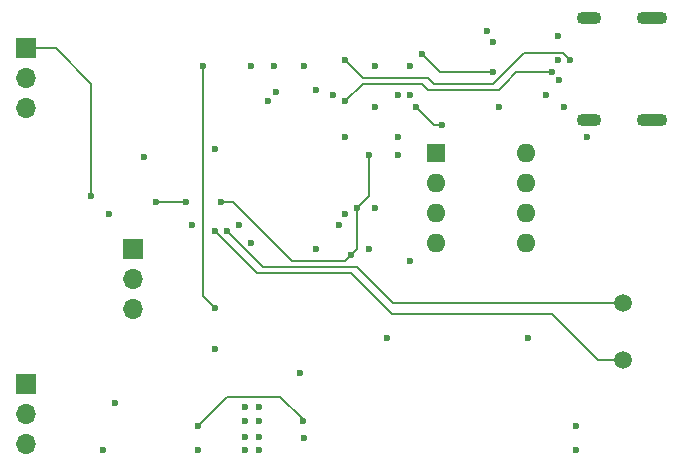
<source format=gbr>
%TF.GenerationSoftware,KiCad,Pcbnew,8.0.6*%
%TF.CreationDate,2025-06-01T13:35:18-05:00*%
%TF.ProjectId,TPS_Calibration_Board,5450535f-4361-46c6-9962-726174696f6e,rev?*%
%TF.SameCoordinates,Original*%
%TF.FileFunction,Copper,L2,Inr*%
%TF.FilePolarity,Positive*%
%FSLAX46Y46*%
G04 Gerber Fmt 4.6, Leading zero omitted, Abs format (unit mm)*
G04 Created by KiCad (PCBNEW 8.0.6) date 2025-06-01 13:35:18*
%MOMM*%
%LPD*%
G01*
G04 APERTURE LIST*
%TA.AperFunction,ComponentPad*%
%ADD10C,0.600000*%
%TD*%
%TA.AperFunction,ComponentPad*%
%ADD11O,2.100000X1.100000*%
%TD*%
%TA.AperFunction,ComponentPad*%
%ADD12O,2.600000X1.100000*%
%TD*%
%TA.AperFunction,ComponentPad*%
%ADD13R,1.700000X1.700000*%
%TD*%
%TA.AperFunction,ComponentPad*%
%ADD14O,1.700000X1.700000*%
%TD*%
%TA.AperFunction,ComponentPad*%
%ADD15R,1.600000X1.600000*%
%TD*%
%TA.AperFunction,ComponentPad*%
%ADD16O,1.600000X1.600000*%
%TD*%
%TA.AperFunction,ComponentPad*%
%ADD17C,1.500000*%
%TD*%
%TA.AperFunction,ViaPad*%
%ADD18C,0.600000*%
%TD*%
%TA.AperFunction,Conductor*%
%ADD19C,0.200000*%
%TD*%
G04 APERTURE END LIST*
D10*
%TO.N,GND*%
%TO.C,U4*%
X37000000Y-53190000D03*
X37000000Y-54390000D03*
X37000000Y-55690000D03*
X37000000Y-56790000D03*
X38200000Y-53190000D03*
X38200000Y-54390000D03*
X38200000Y-55690000D03*
X38200000Y-56790000D03*
%TD*%
D11*
%TO.N,GND*%
%TO.C,P1*%
X66110000Y-28860000D03*
D12*
X71470000Y-28860000D03*
D11*
X66110000Y-20220000D03*
D12*
X71470000Y-20220000D03*
%TD*%
D13*
%TO.N,+5V*%
%TO.C,J2*%
X18500000Y-22765000D03*
D14*
%TO.N,SIG_IN*%
X18500000Y-25305000D03*
%TO.N,GND*%
X18500000Y-27845000D03*
%TD*%
D15*
%TO.N,EEPROM_CS*%
%TO.C,U1*%
X53200000Y-31670000D03*
D16*
%TO.N,EEPROM_MISO*%
X53200000Y-34210000D03*
%TO.N,Net-(U1-~{WP})*%
X53200000Y-36750000D03*
%TO.N,GND*%
X53200000Y-39290000D03*
%TO.N,EEPROM_MOSI*%
X60820000Y-39290000D03*
%TO.N,EEPROM_SCK*%
X60820000Y-36750000D03*
%TO.N,Net-(U1-~{HOLD})*%
X60820000Y-34210000D03*
%TO.N,+3.3V*%
X60820000Y-31670000D03*
%TD*%
D17*
%TO.N,Net-(U2-PF1)*%
%TO.C,Y1*%
X69000000Y-44340000D03*
%TO.N,Net-(U2-PF0)*%
X69000000Y-49220000D03*
%TD*%
D13*
%TO.N,+5V*%
%TO.C,J1*%
X18500000Y-51210000D03*
D14*
%TO.N,SIG_OUT*%
X18500000Y-53750000D03*
%TO.N,GND*%
X18500000Y-56290000D03*
%TD*%
D13*
%TO.N,/BOOT0*%
%TO.C,JP1*%
X27500000Y-39750000D03*
D14*
%TO.N,+3.3V*%
X27500000Y-42290000D03*
%TO.N,N/C*%
X27500000Y-44830000D03*
%TD*%
D18*
%TO.N,GND*%
X34500000Y-31290000D03*
X25000000Y-56790000D03*
X49000000Y-47290000D03*
X61000000Y-47290000D03*
X57500000Y-21290000D03*
X45500000Y-36790000D03*
X51000000Y-26790000D03*
X33000000Y-56790000D03*
X65000000Y-56790000D03*
X48000000Y-36290000D03*
X34500000Y-48290000D03*
X28500000Y-32040000D03*
X37500000Y-39290000D03*
X63500000Y-21790000D03*
X44500000Y-26790000D03*
X25500000Y-36790000D03*
X42000000Y-55790000D03*
X39500000Y-24290000D03*
X51000000Y-40790000D03*
X58500000Y-27790000D03*
X64000000Y-27790000D03*
%TO.N,Net-(U2-PF0)*%
X34500000Y-38290000D03*
%TO.N,NRST*%
X36500000Y-37790000D03*
X29500000Y-35790000D03*
X32000000Y-35790000D03*
%TO.N,Net-(U2-PF1)*%
X35500000Y-38290000D03*
%TO.N,Net-(U2-VDDA)*%
X46000000Y-40290000D03*
X46500000Y-36290000D03*
X35000000Y-35790000D03*
X47500000Y-31790000D03*
%TO.N,+3.3V*%
X65000000Y-54790000D03*
X33500000Y-24290000D03*
X34500000Y-44790000D03*
%TO.N,+5V*%
X24000000Y-35290000D03*
X26000000Y-52790000D03*
%TO.N,Net-(U3-VCC)*%
X58000000Y-24790000D03*
X52000000Y-23290000D03*
%TO.N,Net-(U3-USBDM)*%
X53709038Y-29300713D03*
X48000000Y-24290000D03*
X51500000Y-27790000D03*
%TO.N,SIG_OUT*%
X43000000Y-39790000D03*
%TO.N,SIG_IN*%
X32500000Y-37790000D03*
%TO.N,/SWCLK*%
X37500000Y-24290000D03*
X39603179Y-26487313D03*
%TO.N,/SWDIO*%
X43000000Y-26290000D03*
X42000000Y-24290000D03*
%TO.N,Net-(P1-D-)*%
X64500000Y-23790000D03*
X45500000Y-23790000D03*
%TO.N,Net-(P1-D+)*%
X45500000Y-27290000D03*
X63000000Y-24790000D03*
%TO.N,Net-(P1-VCONN)*%
X63500000Y-23790000D03*
X62500000Y-26790000D03*
%TO.N,Net-(P1-CC)*%
X66000000Y-30290000D03*
X63635709Y-25440000D03*
%TO.N,Net-(Q1-S)*%
X33000000Y-54790000D03*
X41935000Y-54355000D03*
%TO.N,Net-(U3-USBDP)*%
X48000000Y-27790000D03*
%TO.N,USB_SENSE*%
X58000000Y-22290000D03*
%TO.N,Net-(R11-Pad1)*%
X41693487Y-50304784D03*
%TO.N,EEPROM_CS*%
X50000000Y-31790000D03*
X39000000Y-27290000D03*
%TO.N,EEPROM_MOSI*%
X47500000Y-39790000D03*
X45000000Y-37790000D03*
%TO.N,UART_TX*%
X49977473Y-26791214D03*
X49978462Y-30322438D03*
%TO.N,UART_RX*%
X45500000Y-30290000D03*
X51000000Y-24290000D03*
%TD*%
D19*
%TO.N,Net-(U2-PF0)*%
X38000000Y-41790000D02*
X46000000Y-41790000D01*
X66930000Y-49220000D02*
X69000000Y-49220000D01*
X46000000Y-41790000D02*
X49500000Y-45290000D01*
X49500000Y-45290000D02*
X63000000Y-45290000D01*
X63000000Y-45290000D02*
X66930000Y-49220000D01*
X34500000Y-38290000D02*
X38000000Y-41790000D01*
%TO.N,NRST*%
X32000000Y-35790000D02*
X29500000Y-35790000D01*
%TO.N,Net-(U2-PF1)*%
X49550000Y-44340000D02*
X69000000Y-44340000D01*
X38500000Y-41290000D02*
X46500000Y-41290000D01*
X35500000Y-38290000D02*
X38500000Y-41290000D01*
X46500000Y-41290000D02*
X49550000Y-44340000D01*
%TO.N,Net-(U2-VDDA)*%
X47500000Y-35290000D02*
X47500000Y-31790000D01*
X36000000Y-35790000D02*
X35000000Y-35790000D01*
X46500000Y-36290000D02*
X47500000Y-35290000D01*
X45500000Y-40790000D02*
X41000000Y-40790000D01*
X46500000Y-39790000D02*
X46500000Y-36290000D01*
X41000000Y-40790000D02*
X36000000Y-35790000D01*
X46000000Y-40290000D02*
X45500000Y-40790000D01*
X46000000Y-40290000D02*
X46500000Y-39790000D01*
%TO.N,+3.3V*%
X33500000Y-24290000D02*
X33500000Y-43790000D01*
X33500000Y-43790000D02*
X34500000Y-44790000D01*
%TO.N,+5V*%
X24000000Y-25790000D02*
X20975000Y-22765000D01*
X20975000Y-22765000D02*
X18500000Y-22765000D01*
X24000000Y-35290000D02*
X24000000Y-25790000D01*
%TO.N,Net-(U3-VCC)*%
X53500000Y-24790000D02*
X58000000Y-24790000D01*
X52000000Y-23290000D02*
X53500000Y-24790000D01*
%TO.N,Net-(U3-USBDM)*%
X51500000Y-27790000D02*
X53000000Y-29290000D01*
X53000000Y-29290000D02*
X53500000Y-29290000D01*
%TO.N,Net-(P1-D-)*%
X58000000Y-25790000D02*
X53000000Y-25790000D01*
X52500000Y-25290000D02*
X47000000Y-25290000D01*
X63900000Y-23190000D02*
X60600000Y-23190000D01*
X53000000Y-25790000D02*
X52500000Y-25290000D01*
X64500000Y-23790000D02*
X63900000Y-23190000D01*
X60600000Y-23190000D02*
X58000000Y-25790000D01*
X47000000Y-25290000D02*
X45500000Y-23790000D01*
%TO.N,Net-(P1-D+)*%
X60000000Y-24790000D02*
X59000000Y-25790000D01*
X52500000Y-26290000D02*
X52000000Y-25790000D01*
X58500000Y-26290000D02*
X56000000Y-26290000D01*
X52000000Y-25790000D02*
X47000000Y-25790000D01*
X56000000Y-26290000D02*
X52500000Y-26290000D01*
X63000000Y-24790000D02*
X60000000Y-24790000D01*
X59000000Y-25790000D02*
X58500000Y-26290000D01*
X47000000Y-25790000D02*
X45500000Y-27290000D01*
%TO.N,Net-(Q1-S)*%
X41935000Y-54225000D02*
X40000000Y-52290000D01*
X41935000Y-54355000D02*
X41935000Y-54225000D01*
X40000000Y-52290000D02*
X35500000Y-52290000D01*
X35500000Y-52290000D02*
X33000000Y-54790000D01*
%TD*%
M02*

</source>
